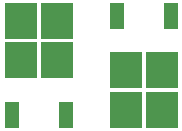
<source format=gbr>
G04 #@! TF.GenerationSoftware,KiCad,Pcbnew,(5.1.8)-1*
G04 #@! TF.CreationDate,2022-10-22T17:33:47+02:00*
G04 #@! TF.ProjectId,RP_LM2596-KfzPowerSafeguard,52505f4c-4d32-4353-9936-2d4b667a506f,rev?*
G04 #@! TF.SameCoordinates,Original*
G04 #@! TF.FileFunction,Paste,Bot*
G04 #@! TF.FilePolarity,Positive*
%FSLAX46Y46*%
G04 Gerber Fmt 4.6, Leading zero omitted, Abs format (unit mm)*
G04 Created by KiCad (PCBNEW (5.1.8)-1) date 2022-10-22 17:33:47*
%MOMM*%
%LPD*%
G01*
G04 APERTURE LIST*
%ADD10R,1.200000X2.200000*%
%ADD11R,2.750000X3.050000*%
G04 APERTURE END LIST*
D10*
X106420000Y-85480000D03*
X101860000Y-85480000D03*
D11*
X102615000Y-77505000D03*
X105665000Y-80855000D03*
X105665000Y-77505000D03*
X102615000Y-80855000D03*
X114555000Y-81705000D03*
X111505000Y-85055000D03*
X111505000Y-81705000D03*
X114555000Y-85055000D03*
D10*
X115310000Y-77080000D03*
X110750000Y-77080000D03*
M02*

</source>
